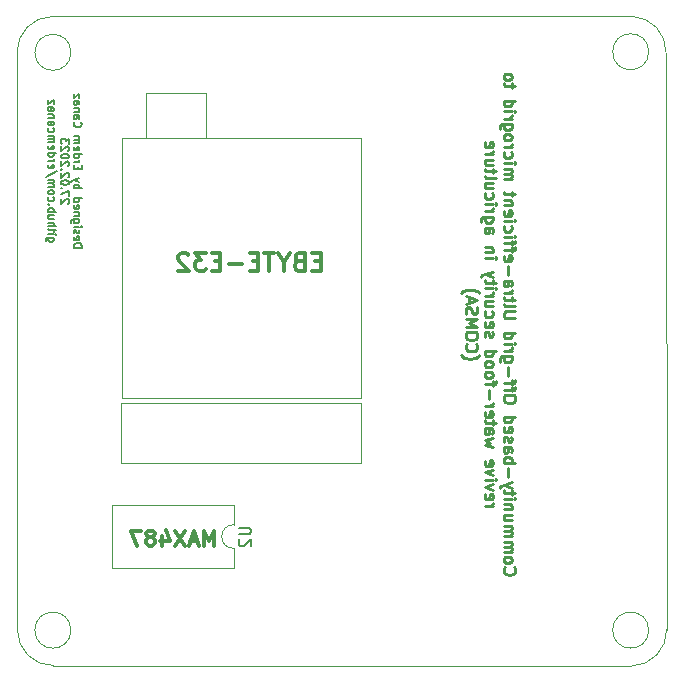
<source format=gbo>
G04 #@! TF.GenerationSoftware,KiCad,Pcbnew,(6.0.11)*
G04 #@! TF.CreationDate,2023-03-02T01:09:38+03:00*
G04 #@! TF.ProjectId,Device-1,44657669-6365-42d3-912e-6b696361645f,rev?*
G04 #@! TF.SameCoordinates,Original*
G04 #@! TF.FileFunction,Legend,Bot*
G04 #@! TF.FilePolarity,Positive*
%FSLAX46Y46*%
G04 Gerber Fmt 4.6, Leading zero omitted, Abs format (unit mm)*
G04 Created by KiCad (PCBNEW (6.0.11)) date 2023-03-02 01:09:38*
%MOMM*%
%LPD*%
G01*
G04 APERTURE LIST*
G04 #@! TA.AperFunction,Profile*
%ADD10C,0.100000*%
G04 #@! TD*
%ADD11C,0.167500*%
%ADD12C,0.300000*%
%ADD13C,0.250000*%
%ADD14C,0.150000*%
%ADD15C,0.120000*%
G04 APERTURE END LIST*
D10*
X12954000Y-16002000D02*
X13004370Y-64922400D01*
X66447246Y-64922400D02*
G75*
G03*
X66447246Y-64922400I-1524846J0D01*
G01*
X64973200Y-67970400D02*
G75*
G03*
X67970400Y-64871600I-50800J3048000D01*
G01*
X66447246Y-15951200D02*
G75*
G03*
X66447246Y-15951200I-1524846J0D01*
G01*
X16052800Y-67919600D02*
X64973200Y-67970400D01*
X17526846Y-64922400D02*
G75*
G03*
X17526846Y-64922400I-1524846J0D01*
G01*
X13004370Y-64922400D02*
G75*
G03*
X16052800Y-67919600I2997630J0D01*
G01*
X67919656Y-16051109D02*
G75*
G03*
X65024000Y-12954001I-2997256J99909D01*
G01*
X67970400Y-64871600D02*
X67919656Y-16051109D01*
X17526000Y-16002000D02*
G75*
G03*
X17526000Y-16002000I-1524000J0D01*
G01*
X65024000Y-12954001D02*
X16002000Y-12954000D01*
X16002000Y-12954000D02*
G75*
G03*
X12954000Y-16002000I0J-3048000D01*
G01*
D11*
X17768204Y-32537066D02*
X18438204Y-32537066D01*
X18438204Y-32377542D01*
X18406300Y-32281828D01*
X18342490Y-32218019D01*
X18278680Y-32186114D01*
X18151061Y-32154209D01*
X18055347Y-32154209D01*
X17927728Y-32186114D01*
X17863919Y-32218019D01*
X17800109Y-32281828D01*
X17768204Y-32377542D01*
X17768204Y-32537066D01*
X17800109Y-31611828D02*
X17768204Y-31675638D01*
X17768204Y-31803257D01*
X17800109Y-31867066D01*
X17863919Y-31898971D01*
X18119157Y-31898971D01*
X18182966Y-31867066D01*
X18214871Y-31803257D01*
X18214871Y-31675638D01*
X18182966Y-31611828D01*
X18119157Y-31579923D01*
X18055347Y-31579923D01*
X17991538Y-31898971D01*
X17800109Y-31324685D02*
X17768204Y-31260876D01*
X17768204Y-31133257D01*
X17800109Y-31069447D01*
X17863919Y-31037542D01*
X17895823Y-31037542D01*
X17959633Y-31069447D01*
X17991538Y-31133257D01*
X17991538Y-31228971D01*
X18023442Y-31292780D01*
X18087252Y-31324685D01*
X18119157Y-31324685D01*
X18182966Y-31292780D01*
X18214871Y-31228971D01*
X18214871Y-31133257D01*
X18182966Y-31069447D01*
X17768204Y-30750400D02*
X18214871Y-30750400D01*
X18438204Y-30750400D02*
X18406300Y-30782304D01*
X18374395Y-30750400D01*
X18406300Y-30718495D01*
X18438204Y-30750400D01*
X18374395Y-30750400D01*
X18214871Y-30144209D02*
X17672490Y-30144209D01*
X17608680Y-30176114D01*
X17576776Y-30208019D01*
X17544871Y-30271828D01*
X17544871Y-30367542D01*
X17576776Y-30431352D01*
X17800109Y-30144209D02*
X17768204Y-30208019D01*
X17768204Y-30335638D01*
X17800109Y-30399447D01*
X17832014Y-30431352D01*
X17895823Y-30463257D01*
X18087252Y-30463257D01*
X18151061Y-30431352D01*
X18182966Y-30399447D01*
X18214871Y-30335638D01*
X18214871Y-30208019D01*
X18182966Y-30144209D01*
X18214871Y-29825161D02*
X17768204Y-29825161D01*
X18151061Y-29825161D02*
X18182966Y-29793257D01*
X18214871Y-29729447D01*
X18214871Y-29633733D01*
X18182966Y-29569923D01*
X18119157Y-29538019D01*
X17768204Y-29538019D01*
X17800109Y-28963733D02*
X17768204Y-29027542D01*
X17768204Y-29155161D01*
X17800109Y-29218971D01*
X17863919Y-29250876D01*
X18119157Y-29250876D01*
X18182966Y-29218971D01*
X18214871Y-29155161D01*
X18214871Y-29027542D01*
X18182966Y-28963733D01*
X18119157Y-28931828D01*
X18055347Y-28931828D01*
X17991538Y-29250876D01*
X17768204Y-28357542D02*
X18438204Y-28357542D01*
X17800109Y-28357542D02*
X17768204Y-28421352D01*
X17768204Y-28548971D01*
X17800109Y-28612780D01*
X17832014Y-28644685D01*
X17895823Y-28676590D01*
X18087252Y-28676590D01*
X18151061Y-28644685D01*
X18182966Y-28612780D01*
X18214871Y-28548971D01*
X18214871Y-28421352D01*
X18182966Y-28357542D01*
X17768204Y-27528019D02*
X18438204Y-27528019D01*
X18182966Y-27528019D02*
X18214871Y-27464209D01*
X18214871Y-27336590D01*
X18182966Y-27272780D01*
X18151061Y-27240876D01*
X18087252Y-27208971D01*
X17895823Y-27208971D01*
X17832014Y-27240876D01*
X17800109Y-27272780D01*
X17768204Y-27336590D01*
X17768204Y-27464209D01*
X17800109Y-27528019D01*
X18214871Y-26985638D02*
X17768204Y-26826114D01*
X18214871Y-26666590D02*
X17768204Y-26826114D01*
X17608680Y-26889923D01*
X17576776Y-26921828D01*
X17544871Y-26985638D01*
X18119157Y-25900876D02*
X18119157Y-25677542D01*
X17768204Y-25581828D02*
X17768204Y-25900876D01*
X18438204Y-25900876D01*
X18438204Y-25581828D01*
X17768204Y-25294685D02*
X18214871Y-25294685D01*
X18087252Y-25294685D02*
X18151061Y-25262780D01*
X18182966Y-25230876D01*
X18214871Y-25167066D01*
X18214871Y-25103257D01*
X17768204Y-24592780D02*
X18438204Y-24592780D01*
X17800109Y-24592780D02*
X17768204Y-24656590D01*
X17768204Y-24784209D01*
X17800109Y-24848019D01*
X17832014Y-24879923D01*
X17895823Y-24911828D01*
X18087252Y-24911828D01*
X18151061Y-24879923D01*
X18182966Y-24848019D01*
X18214871Y-24784209D01*
X18214871Y-24656590D01*
X18182966Y-24592780D01*
X17800109Y-24018495D02*
X17768204Y-24082304D01*
X17768204Y-24209923D01*
X17800109Y-24273733D01*
X17863919Y-24305638D01*
X18119157Y-24305638D01*
X18182966Y-24273733D01*
X18214871Y-24209923D01*
X18214871Y-24082304D01*
X18182966Y-24018495D01*
X18119157Y-23986590D01*
X18055347Y-23986590D01*
X17991538Y-24305638D01*
X17768204Y-23699447D02*
X18214871Y-23699447D01*
X18151061Y-23699447D02*
X18182966Y-23667542D01*
X18214871Y-23603733D01*
X18214871Y-23508019D01*
X18182966Y-23444209D01*
X18119157Y-23412304D01*
X17768204Y-23412304D01*
X18119157Y-23412304D02*
X18182966Y-23380400D01*
X18214871Y-23316590D01*
X18214871Y-23220876D01*
X18182966Y-23157066D01*
X18119157Y-23125161D01*
X17768204Y-23125161D01*
X17832014Y-21912780D02*
X17800109Y-21944685D01*
X17768204Y-22040400D01*
X17768204Y-22104209D01*
X17800109Y-22199923D01*
X17863919Y-22263733D01*
X17927728Y-22295638D01*
X18055347Y-22327542D01*
X18151061Y-22327542D01*
X18278680Y-22295638D01*
X18342490Y-22263733D01*
X18406300Y-22199923D01*
X18438204Y-22104209D01*
X18438204Y-22040400D01*
X18406300Y-21944685D01*
X18374395Y-21912780D01*
X17768204Y-21338495D02*
X18119157Y-21338495D01*
X18182966Y-21370400D01*
X18214871Y-21434209D01*
X18214871Y-21561828D01*
X18182966Y-21625638D01*
X17800109Y-21338495D02*
X17768204Y-21402304D01*
X17768204Y-21561828D01*
X17800109Y-21625638D01*
X17863919Y-21657542D01*
X17927728Y-21657542D01*
X17991538Y-21625638D01*
X18023442Y-21561828D01*
X18023442Y-21402304D01*
X18055347Y-21338495D01*
X18214871Y-21019447D02*
X17768204Y-21019447D01*
X18151061Y-21019447D02*
X18182966Y-20987542D01*
X18214871Y-20923733D01*
X18214871Y-20828019D01*
X18182966Y-20764209D01*
X18119157Y-20732304D01*
X17768204Y-20732304D01*
X17768204Y-20126114D02*
X18119157Y-20126114D01*
X18182966Y-20158019D01*
X18214871Y-20221828D01*
X18214871Y-20349447D01*
X18182966Y-20413257D01*
X17800109Y-20126114D02*
X17768204Y-20189923D01*
X17768204Y-20349447D01*
X17800109Y-20413257D01*
X17863919Y-20445161D01*
X17927728Y-20445161D01*
X17991538Y-20413257D01*
X18023442Y-20349447D01*
X18023442Y-20189923D01*
X18055347Y-20126114D01*
X18214871Y-19870876D02*
X18214871Y-19519923D01*
X17768204Y-19870876D01*
X17768204Y-19519923D01*
X17295695Y-28804209D02*
X17327600Y-28772304D01*
X17359504Y-28708495D01*
X17359504Y-28548971D01*
X17327600Y-28485161D01*
X17295695Y-28453257D01*
X17231885Y-28421352D01*
X17168076Y-28421352D01*
X17072361Y-28453257D01*
X16689504Y-28836114D01*
X16689504Y-28421352D01*
X17359504Y-28198019D02*
X17359504Y-27751352D01*
X16689504Y-28038495D01*
X16753314Y-27496114D02*
X16721409Y-27464209D01*
X16689504Y-27496114D01*
X16721409Y-27528019D01*
X16753314Y-27496114D01*
X16689504Y-27496114D01*
X17359504Y-27049447D02*
X17359504Y-26985638D01*
X17327600Y-26921828D01*
X17295695Y-26889923D01*
X17231885Y-26858019D01*
X17104266Y-26826114D01*
X16944742Y-26826114D01*
X16817123Y-26858019D01*
X16753314Y-26889923D01*
X16721409Y-26921828D01*
X16689504Y-26985638D01*
X16689504Y-27049447D01*
X16721409Y-27113257D01*
X16753314Y-27145161D01*
X16817123Y-27177066D01*
X16944742Y-27208971D01*
X17104266Y-27208971D01*
X17231885Y-27177066D01*
X17295695Y-27145161D01*
X17327600Y-27113257D01*
X17359504Y-27049447D01*
X17295695Y-26570876D02*
X17327600Y-26538971D01*
X17359504Y-26475161D01*
X17359504Y-26315638D01*
X17327600Y-26251828D01*
X17295695Y-26219923D01*
X17231885Y-26188019D01*
X17168076Y-26188019D01*
X17072361Y-26219923D01*
X16689504Y-26602780D01*
X16689504Y-26188019D01*
X16753314Y-25900876D02*
X16721409Y-25868971D01*
X16689504Y-25900876D01*
X16721409Y-25932780D01*
X16753314Y-25900876D01*
X16689504Y-25900876D01*
X17295695Y-25613733D02*
X17327600Y-25581828D01*
X17359504Y-25518019D01*
X17359504Y-25358495D01*
X17327600Y-25294685D01*
X17295695Y-25262780D01*
X17231885Y-25230876D01*
X17168076Y-25230876D01*
X17072361Y-25262780D01*
X16689504Y-25645638D01*
X16689504Y-25230876D01*
X17359504Y-24816114D02*
X17359504Y-24752304D01*
X17327600Y-24688495D01*
X17295695Y-24656590D01*
X17231885Y-24624685D01*
X17104266Y-24592780D01*
X16944742Y-24592780D01*
X16817123Y-24624685D01*
X16753314Y-24656590D01*
X16721409Y-24688495D01*
X16689504Y-24752304D01*
X16689504Y-24816114D01*
X16721409Y-24879923D01*
X16753314Y-24911828D01*
X16817123Y-24943733D01*
X16944742Y-24975638D01*
X17104266Y-24975638D01*
X17231885Y-24943733D01*
X17295695Y-24911828D01*
X17327600Y-24879923D01*
X17359504Y-24816114D01*
X17295695Y-24337542D02*
X17327600Y-24305638D01*
X17359504Y-24241828D01*
X17359504Y-24082304D01*
X17327600Y-24018495D01*
X17295695Y-23986590D01*
X17231885Y-23954685D01*
X17168076Y-23954685D01*
X17072361Y-23986590D01*
X16689504Y-24369447D01*
X16689504Y-23954685D01*
X17359504Y-23731352D02*
X17359504Y-23316590D01*
X17104266Y-23539923D01*
X17104266Y-23444209D01*
X17072361Y-23380400D01*
X17040457Y-23348495D01*
X16976647Y-23316590D01*
X16817123Y-23316590D01*
X16753314Y-23348495D01*
X16721409Y-23380400D01*
X16689504Y-23444209D01*
X16689504Y-23635638D01*
X16721409Y-23699447D01*
X16753314Y-23731352D01*
X16057471Y-31723495D02*
X15515090Y-31723495D01*
X15451280Y-31755400D01*
X15419376Y-31787304D01*
X15387471Y-31851114D01*
X15387471Y-31946828D01*
X15419376Y-32010638D01*
X15642709Y-31723495D02*
X15610804Y-31787304D01*
X15610804Y-31914923D01*
X15642709Y-31978733D01*
X15674614Y-32010638D01*
X15738423Y-32042542D01*
X15929852Y-32042542D01*
X15993661Y-32010638D01*
X16025566Y-31978733D01*
X16057471Y-31914923D01*
X16057471Y-31787304D01*
X16025566Y-31723495D01*
X15610804Y-31404447D02*
X16057471Y-31404447D01*
X16280804Y-31404447D02*
X16248899Y-31436352D01*
X16216995Y-31404447D01*
X16248899Y-31372542D01*
X16280804Y-31404447D01*
X16216995Y-31404447D01*
X16057471Y-31181114D02*
X16057471Y-30925876D01*
X16280804Y-31085400D02*
X15706519Y-31085400D01*
X15642709Y-31053495D01*
X15610804Y-30989685D01*
X15610804Y-30925876D01*
X15610804Y-30702542D02*
X16280804Y-30702542D01*
X15610804Y-30415400D02*
X15961757Y-30415400D01*
X16025566Y-30447304D01*
X16057471Y-30511114D01*
X16057471Y-30606828D01*
X16025566Y-30670638D01*
X15993661Y-30702542D01*
X16057471Y-29809209D02*
X15610804Y-29809209D01*
X16057471Y-30096352D02*
X15706519Y-30096352D01*
X15642709Y-30064447D01*
X15610804Y-30000638D01*
X15610804Y-29904923D01*
X15642709Y-29841114D01*
X15674614Y-29809209D01*
X15610804Y-29490161D02*
X16280804Y-29490161D01*
X16025566Y-29490161D02*
X16057471Y-29426352D01*
X16057471Y-29298733D01*
X16025566Y-29234923D01*
X15993661Y-29203019D01*
X15929852Y-29171114D01*
X15738423Y-29171114D01*
X15674614Y-29203019D01*
X15642709Y-29234923D01*
X15610804Y-29298733D01*
X15610804Y-29426352D01*
X15642709Y-29490161D01*
X15674614Y-28883971D02*
X15642709Y-28852066D01*
X15610804Y-28883971D01*
X15642709Y-28915876D01*
X15674614Y-28883971D01*
X15610804Y-28883971D01*
X15642709Y-28277780D02*
X15610804Y-28341590D01*
X15610804Y-28469209D01*
X15642709Y-28533019D01*
X15674614Y-28564923D01*
X15738423Y-28596828D01*
X15929852Y-28596828D01*
X15993661Y-28564923D01*
X16025566Y-28533019D01*
X16057471Y-28469209D01*
X16057471Y-28341590D01*
X16025566Y-28277780D01*
X15610804Y-27894923D02*
X15642709Y-27958733D01*
X15674614Y-27990638D01*
X15738423Y-28022542D01*
X15929852Y-28022542D01*
X15993661Y-27990638D01*
X16025566Y-27958733D01*
X16057471Y-27894923D01*
X16057471Y-27799209D01*
X16025566Y-27735400D01*
X15993661Y-27703495D01*
X15929852Y-27671590D01*
X15738423Y-27671590D01*
X15674614Y-27703495D01*
X15642709Y-27735400D01*
X15610804Y-27799209D01*
X15610804Y-27894923D01*
X15610804Y-27384447D02*
X16057471Y-27384447D01*
X15993661Y-27384447D02*
X16025566Y-27352542D01*
X16057471Y-27288733D01*
X16057471Y-27193019D01*
X16025566Y-27129209D01*
X15961757Y-27097304D01*
X15610804Y-27097304D01*
X15961757Y-27097304D02*
X16025566Y-27065400D01*
X16057471Y-27001590D01*
X16057471Y-26905876D01*
X16025566Y-26842066D01*
X15961757Y-26810161D01*
X15610804Y-26810161D01*
X16312709Y-26012542D02*
X15451280Y-26586828D01*
X15642709Y-25533971D02*
X15610804Y-25597780D01*
X15610804Y-25725400D01*
X15642709Y-25789209D01*
X15706519Y-25821114D01*
X15961757Y-25821114D01*
X16025566Y-25789209D01*
X16057471Y-25725400D01*
X16057471Y-25597780D01*
X16025566Y-25533971D01*
X15961757Y-25502066D01*
X15897947Y-25502066D01*
X15834138Y-25821114D01*
X15610804Y-25214923D02*
X16057471Y-25214923D01*
X15929852Y-25214923D02*
X15993661Y-25183019D01*
X16025566Y-25151114D01*
X16057471Y-25087304D01*
X16057471Y-25023495D01*
X15610804Y-24513019D02*
X16280804Y-24513019D01*
X15642709Y-24513019D02*
X15610804Y-24576828D01*
X15610804Y-24704447D01*
X15642709Y-24768257D01*
X15674614Y-24800161D01*
X15738423Y-24832066D01*
X15929852Y-24832066D01*
X15993661Y-24800161D01*
X16025566Y-24768257D01*
X16057471Y-24704447D01*
X16057471Y-24576828D01*
X16025566Y-24513019D01*
X15642709Y-23938733D02*
X15610804Y-24002542D01*
X15610804Y-24130161D01*
X15642709Y-24193971D01*
X15706519Y-24225876D01*
X15961757Y-24225876D01*
X16025566Y-24193971D01*
X16057471Y-24130161D01*
X16057471Y-24002542D01*
X16025566Y-23938733D01*
X15961757Y-23906828D01*
X15897947Y-23906828D01*
X15834138Y-24225876D01*
X15610804Y-23619685D02*
X16057471Y-23619685D01*
X15993661Y-23619685D02*
X16025566Y-23587780D01*
X16057471Y-23523971D01*
X16057471Y-23428257D01*
X16025566Y-23364447D01*
X15961757Y-23332542D01*
X15610804Y-23332542D01*
X15961757Y-23332542D02*
X16025566Y-23300638D01*
X16057471Y-23236828D01*
X16057471Y-23141114D01*
X16025566Y-23077304D01*
X15961757Y-23045400D01*
X15610804Y-23045400D01*
X15642709Y-22439209D02*
X15610804Y-22503019D01*
X15610804Y-22630638D01*
X15642709Y-22694447D01*
X15674614Y-22726352D01*
X15738423Y-22758257D01*
X15929852Y-22758257D01*
X15993661Y-22726352D01*
X16025566Y-22694447D01*
X16057471Y-22630638D01*
X16057471Y-22503019D01*
X16025566Y-22439209D01*
X15610804Y-21864923D02*
X15961757Y-21864923D01*
X16025566Y-21896828D01*
X16057471Y-21960638D01*
X16057471Y-22088257D01*
X16025566Y-22152066D01*
X15642709Y-21864923D02*
X15610804Y-21928733D01*
X15610804Y-22088257D01*
X15642709Y-22152066D01*
X15706519Y-22183971D01*
X15770328Y-22183971D01*
X15834138Y-22152066D01*
X15866042Y-22088257D01*
X15866042Y-21928733D01*
X15897947Y-21864923D01*
X16057471Y-21545876D02*
X15610804Y-21545876D01*
X15993661Y-21545876D02*
X16025566Y-21513971D01*
X16057471Y-21450161D01*
X16057471Y-21354447D01*
X16025566Y-21290638D01*
X15961757Y-21258733D01*
X15610804Y-21258733D01*
X15610804Y-20652542D02*
X15961757Y-20652542D01*
X16025566Y-20684447D01*
X16057471Y-20748257D01*
X16057471Y-20875876D01*
X16025566Y-20939685D01*
X15642709Y-20652542D02*
X15610804Y-20716352D01*
X15610804Y-20875876D01*
X15642709Y-20939685D01*
X15706519Y-20971590D01*
X15770328Y-20971590D01*
X15834138Y-20939685D01*
X15866042Y-20875876D01*
X15866042Y-20716352D01*
X15897947Y-20652542D01*
X16057471Y-20397304D02*
X16057471Y-20046352D01*
X15610804Y-20397304D01*
X15610804Y-20046352D01*
D12*
X29654066Y-57788895D02*
X29654066Y-56488895D01*
X29220733Y-57417466D01*
X28787400Y-56488895D01*
X28787400Y-57788895D01*
X28230257Y-57417466D02*
X27611209Y-57417466D01*
X28354066Y-57788895D02*
X27920733Y-56488895D01*
X27487400Y-57788895D01*
X27177876Y-56488895D02*
X26311209Y-57788895D01*
X26311209Y-56488895D02*
X27177876Y-57788895D01*
X25258828Y-56922228D02*
X25258828Y-57788895D01*
X25568352Y-56426990D02*
X25877876Y-57355561D01*
X25073114Y-57355561D01*
X24392161Y-57046038D02*
X24515971Y-56984133D01*
X24577876Y-56922228D01*
X24639780Y-56798419D01*
X24639780Y-56736514D01*
X24577876Y-56612704D01*
X24515971Y-56550800D01*
X24392161Y-56488895D01*
X24144542Y-56488895D01*
X24020733Y-56550800D01*
X23958828Y-56612704D01*
X23896923Y-56736514D01*
X23896923Y-56798419D01*
X23958828Y-56922228D01*
X24020733Y-56984133D01*
X24144542Y-57046038D01*
X24392161Y-57046038D01*
X24515971Y-57107942D01*
X24577876Y-57169847D01*
X24639780Y-57293657D01*
X24639780Y-57541276D01*
X24577876Y-57665085D01*
X24515971Y-57726990D01*
X24392161Y-57788895D01*
X24144542Y-57788895D01*
X24020733Y-57726990D01*
X23958828Y-57665085D01*
X23896923Y-57541276D01*
X23896923Y-57293657D01*
X23958828Y-57169847D01*
X24020733Y-57107942D01*
X24144542Y-57046038D01*
X23463590Y-56488895D02*
X22596923Y-56488895D01*
X23154066Y-57788895D01*
X38689800Y-33700257D02*
X38189800Y-33700257D01*
X37975514Y-34485971D02*
X38689800Y-34485971D01*
X38689800Y-32985971D01*
X37975514Y-32985971D01*
X36832657Y-33700257D02*
X36618371Y-33771685D01*
X36546942Y-33843114D01*
X36475514Y-33985971D01*
X36475514Y-34200257D01*
X36546942Y-34343114D01*
X36618371Y-34414542D01*
X36761228Y-34485971D01*
X37332657Y-34485971D01*
X37332657Y-32985971D01*
X36832657Y-32985971D01*
X36689800Y-33057400D01*
X36618371Y-33128828D01*
X36546942Y-33271685D01*
X36546942Y-33414542D01*
X36618371Y-33557400D01*
X36689800Y-33628828D01*
X36832657Y-33700257D01*
X37332657Y-33700257D01*
X35546942Y-33771685D02*
X35546942Y-34485971D01*
X36046942Y-32985971D02*
X35546942Y-33771685D01*
X35046942Y-32985971D01*
X34761228Y-32985971D02*
X33904085Y-32985971D01*
X34332657Y-34485971D02*
X34332657Y-32985971D01*
X33404085Y-33700257D02*
X32904085Y-33700257D01*
X32689800Y-34485971D02*
X33404085Y-34485971D01*
X33404085Y-32985971D01*
X32689800Y-32985971D01*
X32046942Y-33914542D02*
X30904085Y-33914542D01*
X30189800Y-33700257D02*
X29689800Y-33700257D01*
X29475514Y-34485971D02*
X30189800Y-34485971D01*
X30189800Y-32985971D01*
X29475514Y-32985971D01*
X28975514Y-32985971D02*
X28046942Y-32985971D01*
X28546942Y-33557400D01*
X28332657Y-33557400D01*
X28189800Y-33628828D01*
X28118371Y-33700257D01*
X28046942Y-33843114D01*
X28046942Y-34200257D01*
X28118371Y-34343114D01*
X28189800Y-34414542D01*
X28332657Y-34485971D01*
X28761228Y-34485971D01*
X28904085Y-34414542D01*
X28975514Y-34343114D01*
X27475514Y-33128828D02*
X27404085Y-33057400D01*
X27261228Y-32985971D01*
X26904085Y-32985971D01*
X26761228Y-33057400D01*
X26689800Y-33128828D01*
X26618371Y-33271685D01*
X26618371Y-33414542D01*
X26689800Y-33628828D01*
X27546942Y-34485971D01*
X26618371Y-34485971D01*
D13*
X54262657Y-59609638D02*
X54215038Y-59657257D01*
X54167419Y-59800114D01*
X54167419Y-59895352D01*
X54215038Y-60038209D01*
X54310276Y-60133447D01*
X54405514Y-60181066D01*
X54595990Y-60228685D01*
X54738847Y-60228685D01*
X54929323Y-60181066D01*
X55024561Y-60133447D01*
X55119799Y-60038209D01*
X55167419Y-59895352D01*
X55167419Y-59800114D01*
X55119799Y-59657257D01*
X55072180Y-59609638D01*
X54167419Y-59038209D02*
X54215038Y-59133447D01*
X54262657Y-59181066D01*
X54357895Y-59228685D01*
X54643609Y-59228685D01*
X54738847Y-59181066D01*
X54786466Y-59133447D01*
X54834085Y-59038209D01*
X54834085Y-58895352D01*
X54786466Y-58800114D01*
X54738847Y-58752495D01*
X54643609Y-58704876D01*
X54357895Y-58704876D01*
X54262657Y-58752495D01*
X54215038Y-58800114D01*
X54167419Y-58895352D01*
X54167419Y-59038209D01*
X54167419Y-58276304D02*
X54834085Y-58276304D01*
X54738847Y-58276304D02*
X54786466Y-58228685D01*
X54834085Y-58133447D01*
X54834085Y-57990590D01*
X54786466Y-57895352D01*
X54691228Y-57847733D01*
X54167419Y-57847733D01*
X54691228Y-57847733D02*
X54786466Y-57800114D01*
X54834085Y-57704876D01*
X54834085Y-57562019D01*
X54786466Y-57466780D01*
X54691228Y-57419161D01*
X54167419Y-57419161D01*
X54167419Y-56942971D02*
X54834085Y-56942971D01*
X54738847Y-56942971D02*
X54786466Y-56895352D01*
X54834085Y-56800114D01*
X54834085Y-56657257D01*
X54786466Y-56562019D01*
X54691228Y-56514400D01*
X54167419Y-56514400D01*
X54691228Y-56514400D02*
X54786466Y-56466780D01*
X54834085Y-56371542D01*
X54834085Y-56228685D01*
X54786466Y-56133447D01*
X54691228Y-56085828D01*
X54167419Y-56085828D01*
X54834085Y-55181066D02*
X54167419Y-55181066D01*
X54834085Y-55609638D02*
X54310276Y-55609638D01*
X54215038Y-55562019D01*
X54167419Y-55466780D01*
X54167419Y-55323923D01*
X54215038Y-55228685D01*
X54262657Y-55181066D01*
X54834085Y-54704876D02*
X54167419Y-54704876D01*
X54738847Y-54704876D02*
X54786466Y-54657257D01*
X54834085Y-54562019D01*
X54834085Y-54419161D01*
X54786466Y-54323923D01*
X54691228Y-54276304D01*
X54167419Y-54276304D01*
X54167419Y-53800114D02*
X54834085Y-53800114D01*
X55167419Y-53800114D02*
X55119800Y-53847733D01*
X55072180Y-53800114D01*
X55119800Y-53752495D01*
X55167419Y-53800114D01*
X55072180Y-53800114D01*
X54834085Y-53466780D02*
X54834085Y-53085828D01*
X55167419Y-53323923D02*
X54310276Y-53323923D01*
X54215038Y-53276304D01*
X54167419Y-53181066D01*
X54167419Y-53085828D01*
X54834085Y-52847733D02*
X54167419Y-52609638D01*
X54834085Y-52371542D02*
X54167419Y-52609638D01*
X53929323Y-52704876D01*
X53881704Y-52752495D01*
X53834085Y-52847733D01*
X54548371Y-51990590D02*
X54548371Y-51228685D01*
X54167419Y-50752495D02*
X55167419Y-50752495D01*
X54786466Y-50752495D02*
X54834085Y-50657257D01*
X54834085Y-50466780D01*
X54786466Y-50371542D01*
X54738847Y-50323923D01*
X54643609Y-50276304D01*
X54357895Y-50276304D01*
X54262657Y-50323923D01*
X54215038Y-50371542D01*
X54167419Y-50466780D01*
X54167419Y-50657257D01*
X54215038Y-50752495D01*
X54167419Y-49419161D02*
X54691228Y-49419161D01*
X54786466Y-49466780D01*
X54834085Y-49562019D01*
X54834085Y-49752495D01*
X54786466Y-49847733D01*
X54215038Y-49419161D02*
X54167419Y-49514400D01*
X54167419Y-49752495D01*
X54215038Y-49847733D01*
X54310276Y-49895352D01*
X54405514Y-49895352D01*
X54500752Y-49847733D01*
X54548371Y-49752495D01*
X54548371Y-49514400D01*
X54595990Y-49419161D01*
X54215038Y-48990590D02*
X54167419Y-48895352D01*
X54167419Y-48704876D01*
X54215038Y-48609638D01*
X54310276Y-48562019D01*
X54357895Y-48562019D01*
X54453133Y-48609638D01*
X54500752Y-48704876D01*
X54500752Y-48847733D01*
X54548371Y-48942971D01*
X54643609Y-48990590D01*
X54691228Y-48990590D01*
X54786466Y-48942971D01*
X54834085Y-48847733D01*
X54834085Y-48704876D01*
X54786466Y-48609638D01*
X54215038Y-47752495D02*
X54167419Y-47847733D01*
X54167419Y-48038209D01*
X54215038Y-48133447D01*
X54310276Y-48181066D01*
X54691228Y-48181066D01*
X54786466Y-48133447D01*
X54834085Y-48038209D01*
X54834085Y-47847733D01*
X54786466Y-47752495D01*
X54691228Y-47704876D01*
X54595990Y-47704876D01*
X54500752Y-48181066D01*
X54167419Y-46847733D02*
X55167419Y-46847733D01*
X54215038Y-46847733D02*
X54167419Y-46942971D01*
X54167419Y-47133447D01*
X54215038Y-47228685D01*
X54262657Y-47276304D01*
X54357895Y-47323923D01*
X54643609Y-47323923D01*
X54738847Y-47276304D01*
X54786466Y-47228685D01*
X54834085Y-47133447D01*
X54834085Y-46942971D01*
X54786466Y-46847733D01*
X55167419Y-45419161D02*
X55167419Y-45228685D01*
X55119800Y-45133447D01*
X55024561Y-45038209D01*
X54834085Y-44990590D01*
X54500752Y-44990590D01*
X54310276Y-45038209D01*
X54215038Y-45133447D01*
X54167419Y-45228685D01*
X54167419Y-45419161D01*
X54215038Y-45514400D01*
X54310276Y-45609638D01*
X54500752Y-45657257D01*
X54834085Y-45657257D01*
X55024561Y-45609638D01*
X55119800Y-45514400D01*
X55167419Y-45419161D01*
X54834085Y-44704876D02*
X54834085Y-44323923D01*
X54167419Y-44562019D02*
X55024561Y-44562019D01*
X55119800Y-44514400D01*
X55167419Y-44419161D01*
X55167419Y-44323923D01*
X54834085Y-44133447D02*
X54834085Y-43752495D01*
X54167419Y-43990590D02*
X55024561Y-43990590D01*
X55119800Y-43942971D01*
X55167419Y-43847733D01*
X55167419Y-43752495D01*
X54548371Y-43419161D02*
X54548371Y-42657257D01*
X54834085Y-41752495D02*
X54024561Y-41752495D01*
X53929323Y-41800114D01*
X53881704Y-41847733D01*
X53834085Y-41942971D01*
X53834085Y-42085828D01*
X53881704Y-42181066D01*
X54215038Y-41752495D02*
X54167419Y-41847733D01*
X54167419Y-42038209D01*
X54215038Y-42133447D01*
X54262657Y-42181066D01*
X54357895Y-42228685D01*
X54643609Y-42228685D01*
X54738847Y-42181066D01*
X54786466Y-42133447D01*
X54834085Y-42038209D01*
X54834085Y-41847733D01*
X54786466Y-41752495D01*
X54167419Y-41276304D02*
X54834085Y-41276304D01*
X54643609Y-41276304D02*
X54738847Y-41228685D01*
X54786466Y-41181066D01*
X54834085Y-41085828D01*
X54834085Y-40990590D01*
X54167419Y-40657257D02*
X54834085Y-40657257D01*
X55167419Y-40657257D02*
X55119800Y-40704876D01*
X55072180Y-40657257D01*
X55119800Y-40609638D01*
X55167419Y-40657257D01*
X55072180Y-40657257D01*
X54167419Y-39752495D02*
X55167419Y-39752495D01*
X54215038Y-39752495D02*
X54167419Y-39847733D01*
X54167419Y-40038209D01*
X54215038Y-40133447D01*
X54262657Y-40181066D01*
X54357895Y-40228685D01*
X54643609Y-40228685D01*
X54738847Y-40181066D01*
X54786466Y-40133447D01*
X54834085Y-40038209D01*
X54834085Y-39847733D01*
X54786466Y-39752495D01*
X55167419Y-38514400D02*
X54357895Y-38514400D01*
X54262657Y-38466780D01*
X54215038Y-38419161D01*
X54167419Y-38323923D01*
X54167419Y-38133447D01*
X54215038Y-38038209D01*
X54262657Y-37990590D01*
X54357895Y-37942971D01*
X55167419Y-37942971D01*
X54167419Y-37323923D02*
X54215038Y-37419161D01*
X54310276Y-37466780D01*
X55167419Y-37466780D01*
X54834085Y-37085828D02*
X54834085Y-36704876D01*
X55167419Y-36942971D02*
X54310276Y-36942971D01*
X54215038Y-36895352D01*
X54167419Y-36800114D01*
X54167419Y-36704876D01*
X54167419Y-36371542D02*
X54834085Y-36371542D01*
X54643609Y-36371542D02*
X54738847Y-36323923D01*
X54786466Y-36276304D01*
X54834085Y-36181066D01*
X54834085Y-36085828D01*
X54167419Y-35323923D02*
X54691228Y-35323923D01*
X54786466Y-35371542D01*
X54834085Y-35466780D01*
X54834085Y-35657257D01*
X54786466Y-35752495D01*
X54215038Y-35323923D02*
X54167419Y-35419161D01*
X54167419Y-35657257D01*
X54215038Y-35752495D01*
X54310276Y-35800114D01*
X54405514Y-35800114D01*
X54500752Y-35752495D01*
X54548371Y-35657257D01*
X54548371Y-35419161D01*
X54595990Y-35323923D01*
X54548371Y-34847733D02*
X54548371Y-34085828D01*
X54215038Y-33228685D02*
X54167419Y-33323923D01*
X54167419Y-33514400D01*
X54215038Y-33609638D01*
X54310276Y-33657257D01*
X54691228Y-33657257D01*
X54786466Y-33609638D01*
X54834085Y-33514400D01*
X54834085Y-33323923D01*
X54786466Y-33228685D01*
X54691228Y-33181066D01*
X54595990Y-33181066D01*
X54500752Y-33657257D01*
X54834085Y-32895352D02*
X54834085Y-32514400D01*
X54167419Y-32752495D02*
X55024561Y-32752495D01*
X55119800Y-32704876D01*
X55167419Y-32609638D01*
X55167419Y-32514400D01*
X54834085Y-32323923D02*
X54834085Y-31942971D01*
X54167419Y-32181066D02*
X55024561Y-32181066D01*
X55119800Y-32133447D01*
X55167419Y-32038209D01*
X55167419Y-31942971D01*
X54167419Y-31609638D02*
X54834085Y-31609638D01*
X55167419Y-31609638D02*
X55119800Y-31657257D01*
X55072180Y-31609638D01*
X55119800Y-31562019D01*
X55167419Y-31609638D01*
X55072180Y-31609638D01*
X54215038Y-30704876D02*
X54167419Y-30800114D01*
X54167419Y-30990590D01*
X54215038Y-31085828D01*
X54262657Y-31133447D01*
X54357895Y-31181066D01*
X54643609Y-31181066D01*
X54738847Y-31133447D01*
X54786466Y-31085828D01*
X54834085Y-30990590D01*
X54834085Y-30800114D01*
X54786466Y-30704876D01*
X54167419Y-30276304D02*
X54834085Y-30276304D01*
X55167419Y-30276304D02*
X55119800Y-30323923D01*
X55072180Y-30276304D01*
X55119800Y-30228685D01*
X55167419Y-30276304D01*
X55072180Y-30276304D01*
X54215038Y-29419161D02*
X54167419Y-29514400D01*
X54167419Y-29704876D01*
X54215038Y-29800114D01*
X54310276Y-29847733D01*
X54691228Y-29847733D01*
X54786466Y-29800114D01*
X54834085Y-29704876D01*
X54834085Y-29514400D01*
X54786466Y-29419161D01*
X54691228Y-29371542D01*
X54595990Y-29371542D01*
X54500752Y-29847733D01*
X54834085Y-28942971D02*
X54167419Y-28942971D01*
X54738847Y-28942971D02*
X54786466Y-28895352D01*
X54834085Y-28800114D01*
X54834085Y-28657257D01*
X54786466Y-28562019D01*
X54691228Y-28514400D01*
X54167419Y-28514400D01*
X54834085Y-28181066D02*
X54834085Y-27800114D01*
X55167419Y-28038209D02*
X54310276Y-28038209D01*
X54215038Y-27990590D01*
X54167419Y-27895352D01*
X54167419Y-27800114D01*
X54167419Y-26704876D02*
X54834085Y-26704876D01*
X54738847Y-26704876D02*
X54786466Y-26657257D01*
X54834085Y-26562019D01*
X54834085Y-26419161D01*
X54786466Y-26323923D01*
X54691228Y-26276304D01*
X54167419Y-26276304D01*
X54691228Y-26276304D02*
X54786466Y-26228685D01*
X54834085Y-26133447D01*
X54834085Y-25990590D01*
X54786466Y-25895352D01*
X54691228Y-25847733D01*
X54167419Y-25847733D01*
X54167419Y-25371542D02*
X54834085Y-25371542D01*
X55167419Y-25371542D02*
X55119800Y-25419161D01*
X55072180Y-25371542D01*
X55119800Y-25323923D01*
X55167419Y-25371542D01*
X55072180Y-25371542D01*
X54215038Y-24466780D02*
X54167419Y-24562019D01*
X54167419Y-24752495D01*
X54215038Y-24847733D01*
X54262657Y-24895352D01*
X54357895Y-24942971D01*
X54643609Y-24942971D01*
X54738847Y-24895352D01*
X54786466Y-24847733D01*
X54834085Y-24752495D01*
X54834085Y-24562019D01*
X54786466Y-24466780D01*
X54167419Y-24038209D02*
X54834085Y-24038209D01*
X54643609Y-24038209D02*
X54738847Y-23990590D01*
X54786466Y-23942971D01*
X54834085Y-23847733D01*
X54834085Y-23752495D01*
X54167419Y-23276304D02*
X54215038Y-23371542D01*
X54262657Y-23419161D01*
X54357895Y-23466780D01*
X54643609Y-23466780D01*
X54738847Y-23419161D01*
X54786466Y-23371542D01*
X54834085Y-23276304D01*
X54834085Y-23133447D01*
X54786466Y-23038209D01*
X54738847Y-22990590D01*
X54643609Y-22942971D01*
X54357895Y-22942971D01*
X54262657Y-22990590D01*
X54215038Y-23038209D01*
X54167419Y-23133447D01*
X54167419Y-23276304D01*
X54834085Y-22085828D02*
X54024561Y-22085828D01*
X53929323Y-22133447D01*
X53881704Y-22181066D01*
X53834085Y-22276304D01*
X53834085Y-22419161D01*
X53881704Y-22514400D01*
X54215038Y-22085828D02*
X54167419Y-22181066D01*
X54167419Y-22371542D01*
X54215038Y-22466780D01*
X54262657Y-22514400D01*
X54357895Y-22562019D01*
X54643609Y-22562019D01*
X54738847Y-22514400D01*
X54786466Y-22466780D01*
X54834085Y-22371542D01*
X54834085Y-22181066D01*
X54786466Y-22085828D01*
X54167419Y-21609638D02*
X54834085Y-21609638D01*
X54643609Y-21609638D02*
X54738847Y-21562019D01*
X54786466Y-21514400D01*
X54834085Y-21419161D01*
X54834085Y-21323923D01*
X54167419Y-20990590D02*
X54834085Y-20990590D01*
X55167419Y-20990590D02*
X55119800Y-21038209D01*
X55072180Y-20990590D01*
X55119800Y-20942971D01*
X55167419Y-20990590D01*
X55072180Y-20990590D01*
X54167419Y-20085828D02*
X55167419Y-20085828D01*
X54215038Y-20085828D02*
X54167419Y-20181066D01*
X54167419Y-20371542D01*
X54215038Y-20466780D01*
X54262657Y-20514400D01*
X54357895Y-20562019D01*
X54643609Y-20562019D01*
X54738847Y-20514400D01*
X54786466Y-20466780D01*
X54834085Y-20371542D01*
X54834085Y-20181066D01*
X54786466Y-20085828D01*
X54834085Y-18990590D02*
X54834085Y-18609638D01*
X55167419Y-18847733D02*
X54310276Y-18847733D01*
X54215038Y-18800114D01*
X54167419Y-18704876D01*
X54167419Y-18609638D01*
X54167419Y-18133447D02*
X54215038Y-18228685D01*
X54262657Y-18276304D01*
X54357895Y-18323923D01*
X54643609Y-18323923D01*
X54738847Y-18276304D01*
X54786466Y-18228685D01*
X54834085Y-18133447D01*
X54834085Y-17990590D01*
X54786466Y-17895352D01*
X54738847Y-17847733D01*
X54643609Y-17800114D01*
X54357895Y-17800114D01*
X54262657Y-17847733D01*
X54215038Y-17895352D01*
X54167419Y-17990590D01*
X54167419Y-18133447D01*
X52557419Y-54419161D02*
X53224085Y-54419161D01*
X53033609Y-54419161D02*
X53128847Y-54371542D01*
X53176466Y-54323923D01*
X53224085Y-54228685D01*
X53224085Y-54133447D01*
X52605038Y-53419161D02*
X52557419Y-53514400D01*
X52557419Y-53704876D01*
X52605038Y-53800114D01*
X52700276Y-53847733D01*
X53081228Y-53847733D01*
X53176466Y-53800114D01*
X53224085Y-53704876D01*
X53224085Y-53514400D01*
X53176466Y-53419161D01*
X53081228Y-53371542D01*
X52985990Y-53371542D01*
X52890752Y-53847733D01*
X53224085Y-53038209D02*
X52557419Y-52800114D01*
X53224085Y-52562019D01*
X52557419Y-52181066D02*
X53224085Y-52181066D01*
X53557419Y-52181066D02*
X53509800Y-52228685D01*
X53462180Y-52181066D01*
X53509800Y-52133447D01*
X53557419Y-52181066D01*
X53462180Y-52181066D01*
X53224085Y-51800114D02*
X52557419Y-51562019D01*
X53224085Y-51323923D01*
X52605038Y-50562019D02*
X52557419Y-50657257D01*
X52557419Y-50847733D01*
X52605038Y-50942971D01*
X52700276Y-50990590D01*
X53081228Y-50990590D01*
X53176466Y-50942971D01*
X53224085Y-50847733D01*
X53224085Y-50657257D01*
X53176466Y-50562019D01*
X53081228Y-50514400D01*
X52985990Y-50514400D01*
X52890752Y-50990590D01*
X53224085Y-49419161D02*
X52557419Y-49228685D01*
X53033609Y-49038209D01*
X52557419Y-48847733D01*
X53224085Y-48657257D01*
X52557419Y-47847733D02*
X53081228Y-47847733D01*
X53176466Y-47895352D01*
X53224085Y-47990590D01*
X53224085Y-48181066D01*
X53176466Y-48276304D01*
X52605038Y-47847733D02*
X52557419Y-47942971D01*
X52557419Y-48181066D01*
X52605038Y-48276304D01*
X52700276Y-48323923D01*
X52795514Y-48323923D01*
X52890752Y-48276304D01*
X52938371Y-48181066D01*
X52938371Y-47942971D01*
X52985990Y-47847733D01*
X53224085Y-47514400D02*
X53224085Y-47133447D01*
X53557419Y-47371542D02*
X52700276Y-47371542D01*
X52605038Y-47323923D01*
X52557419Y-47228685D01*
X52557419Y-47133447D01*
X52605038Y-46419161D02*
X52557419Y-46514400D01*
X52557419Y-46704876D01*
X52605038Y-46800114D01*
X52700276Y-46847733D01*
X53081228Y-46847733D01*
X53176466Y-46800114D01*
X53224085Y-46704876D01*
X53224085Y-46514400D01*
X53176466Y-46419161D01*
X53081228Y-46371542D01*
X52985990Y-46371542D01*
X52890752Y-46847733D01*
X52557419Y-45942971D02*
X53224085Y-45942971D01*
X53033609Y-45942971D02*
X53128847Y-45895352D01*
X53176466Y-45847733D01*
X53224085Y-45752495D01*
X53224085Y-45657257D01*
X52938371Y-45323923D02*
X52938371Y-44562019D01*
X53224085Y-44228685D02*
X53224085Y-43847733D01*
X52557419Y-44085828D02*
X53414561Y-44085828D01*
X53509800Y-44038209D01*
X53557419Y-43942971D01*
X53557419Y-43847733D01*
X52557419Y-43371542D02*
X52605038Y-43466780D01*
X52652657Y-43514400D01*
X52747895Y-43562019D01*
X53033609Y-43562019D01*
X53128847Y-43514400D01*
X53176466Y-43466780D01*
X53224085Y-43371542D01*
X53224085Y-43228685D01*
X53176466Y-43133447D01*
X53128847Y-43085828D01*
X53033609Y-43038209D01*
X52747895Y-43038209D01*
X52652657Y-43085828D01*
X52605038Y-43133447D01*
X52557419Y-43228685D01*
X52557419Y-43371542D01*
X52557419Y-42466780D02*
X52605038Y-42562019D01*
X52652657Y-42609638D01*
X52747895Y-42657257D01*
X53033609Y-42657257D01*
X53128847Y-42609638D01*
X53176466Y-42562019D01*
X53224085Y-42466780D01*
X53224085Y-42323923D01*
X53176466Y-42228685D01*
X53128847Y-42181066D01*
X53033609Y-42133447D01*
X52747895Y-42133447D01*
X52652657Y-42181066D01*
X52605038Y-42228685D01*
X52557419Y-42323923D01*
X52557419Y-42466780D01*
X52557419Y-41276304D02*
X53557419Y-41276304D01*
X52605038Y-41276304D02*
X52557419Y-41371542D01*
X52557419Y-41562019D01*
X52605038Y-41657257D01*
X52652657Y-41704876D01*
X52747895Y-41752495D01*
X53033609Y-41752495D01*
X53128847Y-41704876D01*
X53176466Y-41657257D01*
X53224085Y-41562019D01*
X53224085Y-41371542D01*
X53176466Y-41276304D01*
X52605038Y-40085828D02*
X52557419Y-39990590D01*
X52557419Y-39800114D01*
X52605038Y-39704876D01*
X52700276Y-39657257D01*
X52747895Y-39657257D01*
X52843133Y-39704876D01*
X52890752Y-39800114D01*
X52890752Y-39942971D01*
X52938371Y-40038209D01*
X53033609Y-40085828D01*
X53081228Y-40085828D01*
X53176466Y-40038209D01*
X53224085Y-39942971D01*
X53224085Y-39800114D01*
X53176466Y-39704876D01*
X52605038Y-38847733D02*
X52557419Y-38942971D01*
X52557419Y-39133447D01*
X52605038Y-39228685D01*
X52700276Y-39276304D01*
X53081228Y-39276304D01*
X53176466Y-39228685D01*
X53224085Y-39133447D01*
X53224085Y-38942971D01*
X53176466Y-38847733D01*
X53081228Y-38800114D01*
X52985990Y-38800114D01*
X52890752Y-39276304D01*
X52605038Y-37942971D02*
X52557419Y-38038209D01*
X52557419Y-38228685D01*
X52605038Y-38323923D01*
X52652657Y-38371542D01*
X52747895Y-38419161D01*
X53033609Y-38419161D01*
X53128847Y-38371542D01*
X53176466Y-38323923D01*
X53224085Y-38228685D01*
X53224085Y-38038209D01*
X53176466Y-37942971D01*
X53224085Y-37085828D02*
X52557419Y-37085828D01*
X53224085Y-37514400D02*
X52700276Y-37514400D01*
X52605038Y-37466780D01*
X52557419Y-37371542D01*
X52557419Y-37228685D01*
X52605038Y-37133447D01*
X52652657Y-37085828D01*
X52557419Y-36609638D02*
X53224085Y-36609638D01*
X53033609Y-36609638D02*
X53128847Y-36562019D01*
X53176466Y-36514400D01*
X53224085Y-36419161D01*
X53224085Y-36323923D01*
X52557419Y-35990590D02*
X53224085Y-35990590D01*
X53557419Y-35990590D02*
X53509800Y-36038209D01*
X53462180Y-35990590D01*
X53509800Y-35942971D01*
X53557419Y-35990590D01*
X53462180Y-35990590D01*
X53224085Y-35657257D02*
X53224085Y-35276304D01*
X53557419Y-35514400D02*
X52700276Y-35514400D01*
X52605038Y-35466780D01*
X52557419Y-35371542D01*
X52557419Y-35276304D01*
X53224085Y-35038209D02*
X52557419Y-34800114D01*
X53224085Y-34562019D02*
X52557419Y-34800114D01*
X52319323Y-34895352D01*
X52271704Y-34942971D01*
X52224085Y-35038209D01*
X52557419Y-33419161D02*
X53224085Y-33419161D01*
X53557419Y-33419161D02*
X53509800Y-33466780D01*
X53462180Y-33419161D01*
X53509800Y-33371542D01*
X53557419Y-33419161D01*
X53462180Y-33419161D01*
X53224085Y-32942971D02*
X52557419Y-32942971D01*
X53128847Y-32942971D02*
X53176466Y-32895352D01*
X53224085Y-32800114D01*
X53224085Y-32657257D01*
X53176466Y-32562019D01*
X53081228Y-32514400D01*
X52557419Y-32514400D01*
X52557419Y-30847733D02*
X53081228Y-30847733D01*
X53176466Y-30895352D01*
X53224085Y-30990590D01*
X53224085Y-31181066D01*
X53176466Y-31276304D01*
X52605038Y-30847733D02*
X52557419Y-30942971D01*
X52557419Y-31181066D01*
X52605038Y-31276304D01*
X52700276Y-31323923D01*
X52795514Y-31323923D01*
X52890752Y-31276304D01*
X52938371Y-31181066D01*
X52938371Y-30942971D01*
X52985990Y-30847733D01*
X53224085Y-29942971D02*
X52414561Y-29942971D01*
X52319323Y-29990590D01*
X52271704Y-30038209D01*
X52224085Y-30133447D01*
X52224085Y-30276304D01*
X52271704Y-30371542D01*
X52605038Y-29942971D02*
X52557419Y-30038209D01*
X52557419Y-30228685D01*
X52605038Y-30323923D01*
X52652657Y-30371542D01*
X52747895Y-30419161D01*
X53033609Y-30419161D01*
X53128847Y-30371542D01*
X53176466Y-30323923D01*
X53224085Y-30228685D01*
X53224085Y-30038209D01*
X53176466Y-29942971D01*
X52557419Y-29466780D02*
X53224085Y-29466780D01*
X53033609Y-29466780D02*
X53128847Y-29419161D01*
X53176466Y-29371542D01*
X53224085Y-29276304D01*
X53224085Y-29181066D01*
X52557419Y-28847733D02*
X53224085Y-28847733D01*
X53557419Y-28847733D02*
X53509800Y-28895352D01*
X53462180Y-28847733D01*
X53509800Y-28800114D01*
X53557419Y-28847733D01*
X53462180Y-28847733D01*
X52605038Y-27942971D02*
X52557419Y-28038209D01*
X52557419Y-28228685D01*
X52605038Y-28323923D01*
X52652657Y-28371542D01*
X52747895Y-28419161D01*
X53033609Y-28419161D01*
X53128847Y-28371542D01*
X53176466Y-28323923D01*
X53224085Y-28228685D01*
X53224085Y-28038209D01*
X53176466Y-27942971D01*
X53224085Y-27085828D02*
X52557419Y-27085828D01*
X53224085Y-27514400D02*
X52700276Y-27514400D01*
X52605038Y-27466780D01*
X52557419Y-27371542D01*
X52557419Y-27228685D01*
X52605038Y-27133447D01*
X52652657Y-27085828D01*
X52557419Y-26466780D02*
X52605038Y-26562019D01*
X52700276Y-26609638D01*
X53557419Y-26609638D01*
X53224085Y-26228685D02*
X53224085Y-25847733D01*
X53557419Y-26085828D02*
X52700276Y-26085828D01*
X52605038Y-26038209D01*
X52557419Y-25942971D01*
X52557419Y-25847733D01*
X53224085Y-25085828D02*
X52557419Y-25085828D01*
X53224085Y-25514400D02*
X52700276Y-25514400D01*
X52605038Y-25466780D01*
X52557419Y-25371542D01*
X52557419Y-25228685D01*
X52605038Y-25133447D01*
X52652657Y-25085828D01*
X52557419Y-24609638D02*
X53224085Y-24609638D01*
X53033609Y-24609638D02*
X53128847Y-24562019D01*
X53176466Y-24514400D01*
X53224085Y-24419161D01*
X53224085Y-24323923D01*
X52605038Y-23609638D02*
X52557419Y-23704876D01*
X52557419Y-23895352D01*
X52605038Y-23990590D01*
X52700276Y-24038209D01*
X53081228Y-24038209D01*
X53176466Y-23990590D01*
X53224085Y-23895352D01*
X53224085Y-23704876D01*
X53176466Y-23609638D01*
X53081228Y-23562019D01*
X52985990Y-23562019D01*
X52890752Y-24038209D01*
X50566466Y-41657257D02*
X50614085Y-41704876D01*
X50756942Y-41800114D01*
X50852180Y-41847733D01*
X50995038Y-41895352D01*
X51233133Y-41942971D01*
X51423609Y-41942971D01*
X51661704Y-41895352D01*
X51804561Y-41847733D01*
X51899800Y-41800114D01*
X52042657Y-41704876D01*
X52090276Y-41657257D01*
X51042657Y-40704876D02*
X50995038Y-40752495D01*
X50947419Y-40895352D01*
X50947419Y-40990590D01*
X50995038Y-41133447D01*
X51090276Y-41228685D01*
X51185514Y-41276304D01*
X51375990Y-41323923D01*
X51518847Y-41323923D01*
X51709323Y-41276304D01*
X51804561Y-41228685D01*
X51899800Y-41133447D01*
X51947419Y-40990590D01*
X51947419Y-40895352D01*
X51899800Y-40752495D01*
X51852180Y-40704876D01*
X51947419Y-40085828D02*
X51947419Y-39895352D01*
X51899800Y-39800114D01*
X51804561Y-39704876D01*
X51614085Y-39657257D01*
X51280752Y-39657257D01*
X51090276Y-39704876D01*
X50995038Y-39800114D01*
X50947419Y-39895352D01*
X50947419Y-40085828D01*
X50995038Y-40181066D01*
X51090276Y-40276304D01*
X51280752Y-40323923D01*
X51614085Y-40323923D01*
X51804561Y-40276304D01*
X51899800Y-40181066D01*
X51947419Y-40085828D01*
X50947419Y-39228685D02*
X51947419Y-39228685D01*
X51233133Y-38895352D01*
X51947419Y-38562019D01*
X50947419Y-38562019D01*
X50995038Y-38133447D02*
X50947419Y-37990590D01*
X50947419Y-37752495D01*
X50995038Y-37657257D01*
X51042657Y-37609638D01*
X51137895Y-37562019D01*
X51233133Y-37562019D01*
X51328371Y-37609638D01*
X51375990Y-37657257D01*
X51423609Y-37752495D01*
X51471228Y-37942971D01*
X51518847Y-38038209D01*
X51566466Y-38085828D01*
X51661704Y-38133447D01*
X51756942Y-38133447D01*
X51852180Y-38085828D01*
X51899800Y-38038209D01*
X51947419Y-37942971D01*
X51947419Y-37704876D01*
X51899800Y-37562019D01*
X51233133Y-37181066D02*
X51233133Y-36704876D01*
X50947419Y-37276304D02*
X51947419Y-36942971D01*
X50947419Y-36609638D01*
X50566466Y-36371542D02*
X50614085Y-36323923D01*
X50756942Y-36228685D01*
X50852180Y-36181066D01*
X50995038Y-36133447D01*
X51233133Y-36085828D01*
X51423609Y-36085828D01*
X51661704Y-36133447D01*
X51804561Y-36181066D01*
X51899800Y-36228685D01*
X52042657Y-36323923D01*
X52090276Y-36371542D01*
D14*
X31754380Y-56235695D02*
X32563904Y-56235695D01*
X32659142Y-56283314D01*
X32706761Y-56330933D01*
X32754380Y-56426171D01*
X32754380Y-56616647D01*
X32706761Y-56711885D01*
X32659142Y-56759504D01*
X32563904Y-56807123D01*
X31754380Y-56807123D01*
X31849619Y-57235695D02*
X31802000Y-57283314D01*
X31754380Y-57378552D01*
X31754380Y-57616647D01*
X31802000Y-57711885D01*
X31849619Y-57759504D01*
X31944857Y-57807123D01*
X32040095Y-57807123D01*
X32182952Y-57759504D01*
X32754380Y-57188076D01*
X32754380Y-57807123D01*
D15*
X21793200Y-50749200D02*
X42113200Y-50749200D01*
X42113200Y-50749200D02*
X42113200Y-45669200D01*
X42113200Y-45669200D02*
X21793200Y-45669200D01*
X21793200Y-45669200D02*
X21793200Y-50749200D01*
X21818600Y-45288200D02*
X42113200Y-45288200D01*
X42113200Y-45288200D02*
X42113200Y-23291800D01*
X42113200Y-23291800D02*
X21818600Y-23291800D01*
X21818600Y-23291800D02*
X21818600Y-45288200D01*
X23850600Y-19481800D02*
X23850600Y-23291800D01*
X28930600Y-19481800D02*
X23850600Y-19481800D01*
X28930600Y-23291800D02*
X28930600Y-19481800D01*
X21022000Y-59647600D02*
X21022000Y-54347600D01*
X31302000Y-57997600D02*
X31302000Y-59647600D01*
X31302000Y-54347600D02*
X31302000Y-55997600D01*
X21022000Y-54347600D02*
X31302000Y-54347600D01*
X31302000Y-59647600D02*
X21022000Y-59647600D01*
X31302000Y-55997600D02*
G75*
G03*
X31302000Y-57997600I0J-1000000D01*
G01*
M02*

</source>
